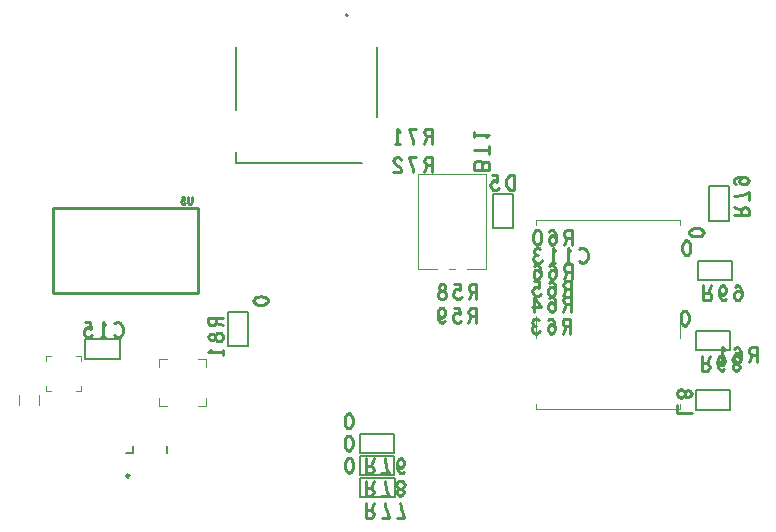
<source format=gbo>
G04 ================== begin FILE IDENTIFICATION RECORD ==================*
G04 Layout Name:  M:/TDP4/Data Logger Full/allegro/datalogger.brd*
G04 Film Name:    datalogger.GBO*
G04 File Format:  Gerber RS274X*
G04 File Origin:  Cadence Allegro 17.2-S055*
G04 Origin Date:  Mon Mar 22 02:40:33 2021*
G04 *
G04 Layer:  USER PART NUMBER/SILKSCREEN_BOTTOM*
G04 Layer:  TOLERANCE/SILKSCREEN_BOTTOM*
G04 Layer:  REF DES/SILKSCREEN_BOTTOM*
G04 Layer:  PACKAGE GEOMETRY/SILKSCREEN_BOTTOM*
G04 Layer:  DEVICE TYPE/SILKSCREEN_BOTTOM*
G04 Layer:  COMPONENT VALUE/SILKSCREEN_BOTTOM*
G04 Layer:  BOARD GEOMETRY/SILKSCREEN_BOTTOM*
G04 *
G04 Offset:    (0.00 0.00)*
G04 Mirror:    No*
G04 Mode:      Positive*
G04 Rotation:  0*
G04 FullContactRelief:  No*
G04 UndefLineWidth:     10.00*
G04 ================== end FILE IDENTIFICATION RECORD ====================*
%FSLAX25Y25*MOIN*%
%IR0*IPPOS*OFA0.00000B0.00000*MIA0B0*SFA1.00000B1.00000*%
%ADD10C,.005*%
%ADD11C,.01*%
%ADD12C,.006*%
%ADD13C,.00472*%
%ADD14C,.00591*%
%ADD15C,.00984*%
%ADD16C,.00787*%
G75*
%LPD*%
G75*
G54D10*
G01X-54025Y18439D02*
Y14798D01*
X-12096D01*
G01X-54025Y32416D02*
Y53282D01*
G01X-6978Y29857D02*
Y53282D01*
G54D11*
G01X-94693Y-38817D02*
X-94313Y-38567D01*
X-93870Y-38400D01*
X-93363D01*
X-92793Y-38650D01*
X-92350Y-39067D01*
X-92033Y-39567D01*
X-91780Y-40400D01*
X-91717Y-41150D01*
X-91843Y-41900D01*
X-92033Y-42400D01*
X-92413Y-42900D01*
X-92857Y-43233D01*
X-93300Y-43400D01*
X-93743D01*
X-94187Y-43233D01*
X-94567Y-42983D01*
X-94883Y-42650D01*
G01X-98400Y-43400D02*
Y-38400D01*
X-97640Y-39400D01*
G01Y-43400D02*
X-99160D01*
G01X-102107Y-42650D02*
X-102487Y-43067D01*
X-102930Y-43317D01*
X-103500Y-43400D01*
X-104070Y-43233D01*
X-104513Y-42900D01*
X-104830Y-42317D01*
X-104893Y-41650D01*
X-104767Y-40983D01*
X-104450Y-40567D01*
X-104007Y-40233D01*
X-103563Y-40150D01*
X-103120Y-40233D01*
X-102550Y-40567D01*
X-102740Y-38400D01*
X-104450D01*
G01X-115200Y-28800D02*
Y-400D01*
X-66900D01*
Y-28800D01*
X-115200D01*
G01X-58400Y-36933D02*
X-63400D01*
Y-38517D01*
X-63150Y-39023D01*
X-62817Y-39340D01*
X-62150Y-39467D01*
X-61483Y-39340D01*
X-61067Y-38960D01*
X-60817Y-38517D01*
Y-36933D01*
G01Y-38517D02*
X-58400Y-39467D01*
G01Y-43300D02*
X-58483Y-43743D01*
X-58733Y-44250D01*
X-59150Y-44567D01*
X-59733Y-44693D01*
X-60317Y-44567D01*
X-60817Y-44187D01*
X-61067Y-43617D01*
Y-42983D01*
X-61233Y-42603D01*
X-61650Y-42287D01*
X-62233Y-42160D01*
X-62817Y-42350D01*
X-63233Y-42793D01*
X-63400Y-43300D01*
X-63233Y-43807D01*
X-62817Y-44250D01*
X-62233Y-44440D01*
X-61650Y-44313D01*
X-61233Y-43997D01*
X-61067Y-43617D01*
Y-42983D01*
X-60817Y-42413D01*
X-60317Y-42033D01*
X-59733Y-41907D01*
X-59150Y-42033D01*
X-58733Y-42350D01*
X-58483Y-42857D01*
X-58400Y-43300D01*
G01Y-48400D02*
X-63400D01*
X-62400Y-47640D01*
G01X-58400D02*
Y-49160D01*
G01X-68913Y3500D02*
Y1708D01*
X-69020Y1333D01*
X-69233Y1083D01*
X-69500Y1000D01*
X-69767Y1083D01*
X-69980Y1333D01*
X-70087Y1708D01*
Y3500D01*
G01X-71113Y1375D02*
X-71273Y1167D01*
X-71460Y1042D01*
X-71700Y1000D01*
X-71940Y1083D01*
X-72127Y1250D01*
X-72260Y1542D01*
X-72287Y1875D01*
X-72233Y2208D01*
X-72100Y2417D01*
X-71913Y2583D01*
X-71727Y2625D01*
X-71540Y2583D01*
X-71300Y2417D01*
X-71380Y3500D01*
X-72100D01*
G01X-48400Y-31200D02*
X-48233Y-30693D01*
X-47817Y-30313D01*
X-47317Y-30060D01*
X-46650Y-29870D01*
X-45900Y-29807D01*
X-45150Y-29870D01*
X-44483Y-30060D01*
X-43983Y-30313D01*
X-43567Y-30693D01*
X-43400Y-31200D01*
X-43567Y-31707D01*
X-43983Y-32087D01*
X-44483Y-32340D01*
X-45150Y-32530D01*
X-45900Y-32593D01*
X-46650Y-32530D01*
X-47317Y-32340D01*
X-47817Y-32087D01*
X-48233Y-31707D01*
X-48400Y-31200D01*
G01X-10767Y-91200D02*
Y-96200D01*
X-9183D01*
X-8677Y-95950D01*
X-8360Y-95617D01*
X-8233Y-94950D01*
X-8360Y-94283D01*
X-8740Y-93867D01*
X-9183Y-93617D01*
X-10767D01*
G01X-9183D02*
X-8233Y-91200D01*
G01X-4527D02*
X-4400Y-92283D01*
X-4210Y-93200D01*
X-3957Y-94033D01*
X-3640Y-94950D01*
X-3133Y-96200D01*
X-5667D01*
G01X700Y-91200D02*
X1143Y-91283D01*
X1650Y-91533D01*
X1967Y-91950D01*
X2093Y-92533D01*
X1967Y-93117D01*
X1587Y-93617D01*
X1017Y-93867D01*
X383D01*
X3Y-94033D01*
X-313Y-94450D01*
X-440Y-95033D01*
X-250Y-95617D01*
X193Y-96033D01*
X700Y-96200D01*
X1207Y-96033D01*
X1650Y-95617D01*
X1840Y-95033D01*
X1713Y-94450D01*
X1397Y-94033D01*
X1017Y-93867D01*
X383D01*
X-187Y-93617D01*
X-567Y-93117D01*
X-693Y-92533D01*
X-567Y-91950D01*
X-250Y-91533D01*
X257Y-91283D01*
X700Y-91200D01*
G01X-10667Y-98600D02*
Y-103600D01*
X-9083D01*
X-8577Y-103350D01*
X-8260Y-103017D01*
X-8133Y-102350D01*
X-8260Y-101683D01*
X-8640Y-101267D01*
X-9083Y-101017D01*
X-10667D01*
G01X-9083D02*
X-8133Y-98600D01*
G01X-4427D02*
X-4300Y-99683D01*
X-4110Y-100600D01*
X-3857Y-101433D01*
X-3540Y-102350D01*
X-3033Y-103600D01*
X-5567D01*
G01X673Y-98600D02*
X800Y-99683D01*
X990Y-100600D01*
X1243Y-101433D01*
X1560Y-102350D01*
X2067Y-103600D01*
X-467D01*
G01X-16500Y-81200D02*
X-17007Y-81033D01*
X-17387Y-80617D01*
X-17640Y-80117D01*
X-17830Y-79450D01*
X-17893Y-78700D01*
X-17830Y-77950D01*
X-17640Y-77283D01*
X-17387Y-76783D01*
X-17007Y-76367D01*
X-16500Y-76200D01*
X-15993Y-76367D01*
X-15613Y-76783D01*
X-15360Y-77283D01*
X-15170Y-77950D01*
X-15107Y-78700D01*
X-15170Y-79450D01*
X-15360Y-80117D01*
X-15613Y-80617D01*
X-15993Y-81033D01*
X-16500Y-81200D01*
G01X-16400Y-88600D02*
X-16907Y-88433D01*
X-17287Y-88017D01*
X-17540Y-87517D01*
X-17730Y-86850D01*
X-17793Y-86100D01*
X-17730Y-85350D01*
X-17540Y-84683D01*
X-17287Y-84183D01*
X-16907Y-83767D01*
X-16400Y-83600D01*
X-15893Y-83767D01*
X-15513Y-84183D01*
X-15260Y-84683D01*
X-15070Y-85350D01*
X-15007Y-86100D01*
X-15070Y-86850D01*
X-15260Y-87517D01*
X-15513Y-88017D01*
X-15893Y-88433D01*
X-16400Y-88600D01*
G01X-10767Y-83800D02*
Y-88800D01*
X-9183D01*
X-8677Y-88550D01*
X-8360Y-88217D01*
X-8233Y-87550D01*
X-8360Y-86883D01*
X-8740Y-86467D01*
X-9183Y-86217D01*
X-10767D01*
G01X-9183D02*
X-8233Y-83800D01*
G01X-4527D02*
X-4400Y-84883D01*
X-4210Y-85800D01*
X-3957Y-86633D01*
X-3640Y-87550D01*
X-3133Y-88800D01*
X-5667D01*
G01X-503Y-85883D02*
X-60Y-86467D01*
X320Y-86800D01*
X827Y-86967D01*
X1270Y-86800D01*
X1587Y-86467D01*
X1840Y-85967D01*
X1903Y-85383D01*
X1840Y-84883D01*
X1587Y-84383D01*
X1207Y-83967D01*
X763Y-83800D01*
X257Y-83967D01*
X-187Y-84467D01*
X-440Y-85217D01*
X-503Y-86050D01*
X-377Y-87133D01*
X-187Y-87717D01*
X130Y-88300D01*
X573Y-88717D01*
X1017Y-88800D01*
X1460Y-88633D01*
X1777Y-88217D01*
G01X-16500Y-73800D02*
X-17007Y-73633D01*
X-17387Y-73217D01*
X-17640Y-72717D01*
X-17830Y-72050D01*
X-17893Y-71300D01*
X-17830Y-70550D01*
X-17640Y-69883D01*
X-17387Y-69383D01*
X-17007Y-68967D01*
X-16500Y-68800D01*
X-15993Y-68967D01*
X-15613Y-69383D01*
X-15360Y-69883D01*
X-15170Y-70550D01*
X-15107Y-71300D01*
X-15170Y-72050D01*
X-15360Y-72717D01*
X-15613Y-73217D01*
X-15993Y-73633D01*
X-16500Y-73800D01*
G01X25867Y-38600D02*
Y-33600D01*
X24283D01*
X23777Y-33850D01*
X23460Y-34183D01*
X23333Y-34850D01*
X23460Y-35517D01*
X23840Y-35933D01*
X24283Y-36183D01*
X25867D01*
G01X24283D02*
X23333Y-38600D01*
G01X20893Y-37850D02*
X20513Y-38267D01*
X20070Y-38517D01*
X19500Y-38600D01*
X18930Y-38433D01*
X18487Y-38100D01*
X18170Y-37517D01*
X18107Y-36850D01*
X18233Y-36183D01*
X18550Y-35767D01*
X18993Y-35433D01*
X19437Y-35350D01*
X19880Y-35433D01*
X20450Y-35767D01*
X20260Y-33600D01*
X18550D01*
G01X15477Y-38017D02*
X15033Y-38433D01*
X14527Y-38600D01*
X14020Y-38433D01*
X13577Y-37933D01*
X13260Y-37183D01*
X13133Y-36433D01*
Y-35517D01*
X13260Y-34767D01*
X13577Y-34100D01*
X13957Y-33767D01*
X14400Y-33600D01*
X14907Y-33767D01*
X15287Y-34100D01*
X15540Y-34600D01*
X15667Y-35267D01*
X15540Y-35850D01*
X15223Y-36433D01*
X14843Y-36767D01*
X14400Y-36850D01*
X13893Y-36683D01*
X13513Y-36267D01*
X13133Y-35517D01*
G01X26067Y-30600D02*
Y-25600D01*
X24483D01*
X23977Y-25850D01*
X23660Y-26183D01*
X23533Y-26850D01*
X23660Y-27517D01*
X24040Y-27933D01*
X24483Y-28183D01*
X26067D01*
G01X24483D02*
X23533Y-30600D01*
G01X21093Y-29850D02*
X20713Y-30267D01*
X20270Y-30517D01*
X19700Y-30600D01*
X19130Y-30433D01*
X18687Y-30100D01*
X18370Y-29517D01*
X18307Y-28850D01*
X18433Y-28183D01*
X18750Y-27767D01*
X19193Y-27433D01*
X19637Y-27350D01*
X20080Y-27433D01*
X20650Y-27767D01*
X20460Y-25600D01*
X18750D01*
G01X14600Y-30600D02*
X14157Y-30517D01*
X13650Y-30267D01*
X13333Y-29850D01*
X13207Y-29267D01*
X13333Y-28683D01*
X13713Y-28183D01*
X14283Y-27933D01*
X14917D01*
X15297Y-27767D01*
X15613Y-27350D01*
X15740Y-26767D01*
X15550Y-26183D01*
X15107Y-25767D01*
X14600Y-25600D01*
X14093Y-25767D01*
X13650Y-26183D01*
X13460Y-26767D01*
X13587Y-27350D01*
X13903Y-27767D01*
X14283Y-27933D01*
X14917D01*
X15487Y-28183D01*
X15867Y-28683D01*
X15993Y-29267D01*
X15867Y-29850D01*
X15550Y-30267D01*
X15043Y-30517D01*
X14600Y-30600D01*
G01X11167Y21100D02*
Y26100D01*
X9583D01*
X9077Y25850D01*
X8760Y25517D01*
X8633Y24850D01*
X8760Y24183D01*
X9140Y23767D01*
X9583Y23517D01*
X11167D01*
G01X9583D02*
X8633Y21100D01*
G01X4927D02*
X4800Y22183D01*
X4610Y23100D01*
X4357Y23933D01*
X4040Y24850D01*
X3533Y26100D01*
X6067D01*
G01X-300Y21100D02*
Y26100D01*
X460Y25100D01*
G01Y21100D02*
X-1060D01*
G01X11167Y11600D02*
Y16600D01*
X9583D01*
X9077Y16350D01*
X8760Y16017D01*
X8633Y15350D01*
X8760Y14683D01*
X9140Y14267D01*
X9583Y14017D01*
X11167D01*
G01X9583D02*
X8633Y11600D01*
G01X4927D02*
X4800Y12683D01*
X4610Y13600D01*
X4357Y14433D01*
X4040Y15350D01*
X3533Y16600D01*
X6067D01*
G01X903Y15767D02*
X523Y16267D01*
X80Y16517D01*
X-427Y16600D01*
X-1060Y16433D01*
X-1503Y16017D01*
X-1630Y15517D01*
X-1567Y15017D01*
X-1313Y14600D01*
X-47Y13767D01*
X523Y13183D01*
X903Y12350D01*
X1030Y11600D01*
X-1630D01*
G01X38593Y5600D02*
Y10600D01*
X37327D01*
X36820Y10350D01*
X36440Y10017D01*
X36123Y9517D01*
X35870Y8933D01*
X35807Y8100D01*
X35870Y7267D01*
X36123Y6683D01*
X36440Y6183D01*
X36820Y5850D01*
X37327Y5600D01*
X38593D01*
G01X33493Y6350D02*
X33113Y5933D01*
X32670Y5683D01*
X32100Y5600D01*
X31530Y5767D01*
X31087Y6100D01*
X30770Y6683D01*
X30707Y7350D01*
X30833Y8017D01*
X31150Y8433D01*
X31593Y8767D01*
X32037Y8850D01*
X32480Y8767D01*
X33050Y8433D01*
X32860Y10600D01*
X31150D01*
G01X28067Y14455D02*
X28317Y14708D01*
X28733Y14898D01*
X29317Y15025D01*
X29817Y14898D01*
X30150Y14645D01*
X30400Y14201D01*
Y12491D01*
X25400D01*
Y14581D01*
X25733Y15025D01*
X26233Y15278D01*
X26817Y15405D01*
X27400Y15278D01*
X27900Y14898D01*
X28067Y14455D01*
Y12491D01*
G01X30400Y19048D02*
X25400D01*
G01X30400Y17591D02*
Y20505D01*
G01X25400Y24148D02*
X30400D01*
X29400Y23388D01*
G01X25400D02*
Y24908D01*
G01X57567Y-34900D02*
Y-29900D01*
X55983D01*
X55477Y-30150D01*
X55160Y-30483D01*
X55033Y-31150D01*
X55160Y-31817D01*
X55540Y-32233D01*
X55983Y-32483D01*
X57567D01*
G01X55983D02*
X55033Y-34900D01*
G01X52403Y-32817D02*
X51960Y-32233D01*
X51580Y-31900D01*
X51073Y-31733D01*
X50630Y-31900D01*
X50313Y-32233D01*
X50060Y-32733D01*
X49997Y-33317D01*
X50060Y-33817D01*
X50313Y-34317D01*
X50693Y-34733D01*
X51137Y-34900D01*
X51643Y-34733D01*
X52087Y-34233D01*
X52340Y-33483D01*
X52403Y-32650D01*
X52277Y-31567D01*
X52087Y-30983D01*
X51770Y-30400D01*
X51327Y-29983D01*
X50883Y-29900D01*
X50440Y-30067D01*
X50123Y-30483D01*
G01X45340Y-34900D02*
Y-29900D01*
X47683Y-33483D01*
X44517D01*
G01X57367Y-42200D02*
Y-37200D01*
X55783D01*
X55277Y-37450D01*
X54960Y-37783D01*
X54833Y-38450D01*
X54960Y-39117D01*
X55340Y-39533D01*
X55783Y-39783D01*
X57367D01*
G01X55783D02*
X54833Y-42200D01*
G01X52203Y-40117D02*
X51760Y-39533D01*
X51380Y-39200D01*
X50873Y-39033D01*
X50430Y-39200D01*
X50113Y-39533D01*
X49860Y-40033D01*
X49797Y-40617D01*
X49860Y-41117D01*
X50113Y-41617D01*
X50493Y-42033D01*
X50937Y-42200D01*
X51443Y-42033D01*
X51887Y-41533D01*
X52140Y-40783D01*
X52203Y-39950D01*
X52077Y-38867D01*
X51887Y-38283D01*
X51570Y-37700D01*
X51127Y-37283D01*
X50683Y-37200D01*
X50240Y-37367D01*
X49923Y-37783D01*
G01X47293Y-41200D02*
X46913Y-41783D01*
X46407Y-42117D01*
X45837Y-42200D01*
X45330Y-42117D01*
X44823Y-41700D01*
X44507Y-41200D01*
X44443Y-40700D01*
X44570Y-40117D01*
X45013Y-39700D01*
X45457Y-39533D01*
X46027D01*
G01X45457D02*
X45077Y-39283D01*
X44760Y-38867D01*
X44633Y-38367D01*
X44760Y-37867D01*
X45077Y-37450D01*
X45647Y-37200D01*
X46217Y-37283D01*
X46787Y-37617D01*
G01X60357Y-14017D02*
X60737Y-13767D01*
X61180Y-13600D01*
X61687D01*
X62257Y-13850D01*
X62700Y-14267D01*
X63017Y-14767D01*
X63270Y-15600D01*
X63333Y-16350D01*
X63207Y-17100D01*
X63017Y-17600D01*
X62637Y-18100D01*
X62193Y-18433D01*
X61750Y-18600D01*
X61307D01*
X60863Y-18433D01*
X60483Y-18183D01*
X60167Y-17850D01*
G01X56650Y-18600D02*
Y-13600D01*
X57410Y-14600D01*
G01Y-18600D02*
X55890D01*
G01X51550D02*
Y-13600D01*
X52310Y-14600D01*
G01Y-18600D02*
X50790D01*
G01X47843Y-17600D02*
X47463Y-18183D01*
X46957Y-18517D01*
X46387Y-18600D01*
X45880Y-18517D01*
X45373Y-18100D01*
X45057Y-17600D01*
X44993Y-17100D01*
X45120Y-16517D01*
X45563Y-16100D01*
X46007Y-15933D01*
X46577D01*
G01X46007D02*
X45627Y-15683D01*
X45310Y-15267D01*
X45183Y-14767D01*
X45310Y-14267D01*
X45627Y-13850D01*
X46197Y-13600D01*
X46767Y-13683D01*
X47337Y-14017D01*
G01X57567Y-29800D02*
Y-24800D01*
X55983D01*
X55477Y-25050D01*
X55160Y-25383D01*
X55033Y-26050D01*
X55160Y-26717D01*
X55540Y-27133D01*
X55983Y-27383D01*
X57567D01*
G01X55983D02*
X55033Y-29800D01*
G01X52403Y-27717D02*
X51960Y-27133D01*
X51580Y-26800D01*
X51073Y-26633D01*
X50630Y-26800D01*
X50313Y-27133D01*
X50060Y-27633D01*
X49997Y-28217D01*
X50060Y-28717D01*
X50313Y-29217D01*
X50693Y-29633D01*
X51137Y-29800D01*
X51643Y-29633D01*
X52087Y-29133D01*
X52340Y-28383D01*
X52403Y-27550D01*
X52277Y-26467D01*
X52087Y-25883D01*
X51770Y-25300D01*
X51327Y-24883D01*
X50883Y-24800D01*
X50440Y-24967D01*
X50123Y-25383D01*
G01X47493Y-29050D02*
X47113Y-29467D01*
X46670Y-29717D01*
X46100Y-29800D01*
X45530Y-29633D01*
X45087Y-29300D01*
X44770Y-28717D01*
X44707Y-28050D01*
X44833Y-27383D01*
X45150Y-26967D01*
X45593Y-26633D01*
X46037Y-26550D01*
X46480Y-26633D01*
X47050Y-26967D01*
X46860Y-24800D01*
X45150D01*
G01X57767Y-24100D02*
Y-19100D01*
X56183D01*
X55677Y-19350D01*
X55360Y-19683D01*
X55233Y-20350D01*
X55360Y-21017D01*
X55740Y-21433D01*
X56183Y-21683D01*
X57767D01*
G01X56183D02*
X55233Y-24100D01*
G01X52603Y-22017D02*
X52160Y-21433D01*
X51780Y-21100D01*
X51273Y-20933D01*
X50830Y-21100D01*
X50513Y-21433D01*
X50260Y-21933D01*
X50197Y-22517D01*
X50260Y-23017D01*
X50513Y-23517D01*
X50893Y-23933D01*
X51337Y-24100D01*
X51843Y-23933D01*
X52287Y-23433D01*
X52540Y-22683D01*
X52603Y-21850D01*
X52477Y-20767D01*
X52287Y-20183D01*
X51970Y-19600D01*
X51527Y-19183D01*
X51083Y-19100D01*
X50640Y-19267D01*
X50323Y-19683D01*
G01X47503Y-22017D02*
X47060Y-21433D01*
X46680Y-21100D01*
X46173Y-20933D01*
X45730Y-21100D01*
X45413Y-21433D01*
X45160Y-21933D01*
X45097Y-22517D01*
X45160Y-23017D01*
X45413Y-23517D01*
X45793Y-23933D01*
X46237Y-24100D01*
X46743Y-23933D01*
X47187Y-23433D01*
X47440Y-22683D01*
X47503Y-21850D01*
X47377Y-20767D01*
X47187Y-20183D01*
X46870Y-19600D01*
X46427Y-19183D01*
X45983Y-19100D01*
X45540Y-19267D01*
X45223Y-19683D01*
G01X57767Y-12600D02*
Y-7600D01*
X56183D01*
X55677Y-7850D01*
X55360Y-8183D01*
X55233Y-8850D01*
X55360Y-9517D01*
X55740Y-9933D01*
X56183Y-10183D01*
X57767D01*
G01X56183D02*
X55233Y-12600D01*
G01X52603Y-10517D02*
X52160Y-9933D01*
X51780Y-9600D01*
X51273Y-9433D01*
X50830Y-9600D01*
X50513Y-9933D01*
X50260Y-10433D01*
X50197Y-11017D01*
X50260Y-11517D01*
X50513Y-12017D01*
X50893Y-12433D01*
X51337Y-12600D01*
X51843Y-12433D01*
X52287Y-11933D01*
X52540Y-11183D01*
X52603Y-10350D01*
X52477Y-9267D01*
X52287Y-8683D01*
X51970Y-8100D01*
X51527Y-7683D01*
X51083Y-7600D01*
X50640Y-7767D01*
X50323Y-8183D01*
G01X46300Y-7600D02*
X46807Y-7767D01*
X47187Y-8183D01*
X47440Y-8683D01*
X47630Y-9350D01*
X47693Y-10100D01*
X47630Y-10850D01*
X47440Y-11517D01*
X47187Y-12017D01*
X46807Y-12433D01*
X46300Y-12600D01*
X45793Y-12433D01*
X45413Y-12017D01*
X45160Y-11517D01*
X44970Y-10850D01*
X44907Y-10100D01*
X44970Y-9350D01*
X45160Y-8683D01*
X45413Y-8183D01*
X45793Y-7767D01*
X46300Y-7600D01*
G01X97800Y-68567D02*
X92800D01*
Y-66033D01*
G01Y-62200D02*
X92883Y-61757D01*
X93133Y-61250D01*
X93550Y-60933D01*
X94133Y-60807D01*
X94717Y-60933D01*
X95217Y-61313D01*
X95467Y-61883D01*
Y-62517D01*
X95633Y-62897D01*
X96050Y-63213D01*
X96633Y-63340D01*
X97217Y-63150D01*
X97633Y-62707D01*
X97800Y-62200D01*
X97633Y-61693D01*
X97217Y-61250D01*
X96633Y-61060D01*
X96050Y-61187D01*
X95633Y-61503D01*
X95467Y-61883D01*
Y-62517D01*
X95217Y-63087D01*
X94717Y-63467D01*
X94133Y-63593D01*
X93550Y-63467D01*
X93133Y-63150D01*
X92883Y-62643D01*
X92800Y-62200D01*
G01X95500Y-39500D02*
X94993Y-39333D01*
X94613Y-38917D01*
X94360Y-38417D01*
X94170Y-37750D01*
X94107Y-37000D01*
X94170Y-36250D01*
X94360Y-35583D01*
X94613Y-35083D01*
X94993Y-34667D01*
X95500Y-34500D01*
X96007Y-34667D01*
X96387Y-35083D01*
X96640Y-35583D01*
X96830Y-36250D01*
X96893Y-37000D01*
X96830Y-37750D01*
X96640Y-38417D01*
X96387Y-38917D01*
X96007Y-39333D01*
X95500Y-39500D01*
G01X101233Y-49500D02*
Y-54500D01*
X102817D01*
X103323Y-54250D01*
X103640Y-53917D01*
X103767Y-53250D01*
X103640Y-52583D01*
X103260Y-52167D01*
X102817Y-51917D01*
X101233D01*
G01X102817D02*
X103767Y-49500D01*
G01X106397Y-51583D02*
X106840Y-52167D01*
X107220Y-52500D01*
X107727Y-52667D01*
X108170Y-52500D01*
X108487Y-52167D01*
X108740Y-51667D01*
X108803Y-51083D01*
X108740Y-50583D01*
X108487Y-50083D01*
X108107Y-49667D01*
X107663Y-49500D01*
X107157Y-49667D01*
X106713Y-50167D01*
X106460Y-50917D01*
X106397Y-51750D01*
X106523Y-52833D01*
X106713Y-53417D01*
X107030Y-54000D01*
X107473Y-54417D01*
X107917Y-54500D01*
X108360Y-54333D01*
X108677Y-53917D01*
G01X112700Y-49500D02*
X113143Y-49583D01*
X113650Y-49833D01*
X113967Y-50250D01*
X114093Y-50833D01*
X113967Y-51417D01*
X113587Y-51917D01*
X113017Y-52167D01*
X112383D01*
X112003Y-52333D01*
X111687Y-52750D01*
X111560Y-53333D01*
X111750Y-53917D01*
X112193Y-54333D01*
X112700Y-54500D01*
X113207Y-54333D01*
X113650Y-53917D01*
X113840Y-53333D01*
X113713Y-52750D01*
X113397Y-52333D01*
X113017Y-52167D01*
X112383D01*
X111813Y-51917D01*
X111433Y-51417D01*
X111307Y-50833D01*
X111433Y-50250D01*
X111750Y-49833D01*
X112257Y-49583D01*
X112700Y-49500D01*
G01X119467Y-51700D02*
Y-46700D01*
X117883D01*
X117377Y-46950D01*
X117060Y-47283D01*
X116933Y-47950D01*
X117060Y-48617D01*
X117440Y-49033D01*
X117883Y-49283D01*
X119467D01*
G01X117883D02*
X116933Y-51700D01*
G01X114303Y-49617D02*
X113860Y-49033D01*
X113480Y-48700D01*
X112973Y-48533D01*
X112530Y-48700D01*
X112213Y-49033D01*
X111960Y-49533D01*
X111897Y-50117D01*
X111960Y-50617D01*
X112213Y-51117D01*
X112593Y-51533D01*
X113037Y-51700D01*
X113543Y-51533D01*
X113987Y-51033D01*
X114240Y-50283D01*
X114303Y-49450D01*
X114177Y-48367D01*
X113987Y-47783D01*
X113670Y-47200D01*
X113227Y-46783D01*
X112783Y-46700D01*
X112340Y-46867D01*
X112023Y-47283D01*
G01X108000Y-51700D02*
Y-46700D01*
X108760Y-47700D01*
G01Y-51700D02*
X107240D01*
G01X96009Y-16105D02*
X95502Y-15938D01*
X95122Y-15522D01*
X94869Y-15022D01*
X94679Y-14355D01*
X94616Y-13605D01*
X94679Y-12855D01*
X94869Y-12188D01*
X95122Y-11688D01*
X95502Y-11272D01*
X96009Y-11105D01*
X96516Y-11272D01*
X96896Y-11688D01*
X97149Y-12188D01*
X97339Y-12855D01*
X97402Y-13605D01*
X97339Y-14355D01*
X97149Y-15022D01*
X96896Y-15522D01*
X96516Y-15938D01*
X96009Y-16105D01*
G01X101742Y-26105D02*
Y-31105D01*
X103326D01*
X103832Y-30855D01*
X104149Y-30522D01*
X104276Y-29855D01*
X104149Y-29188D01*
X103769Y-28772D01*
X103326Y-28522D01*
X101742D01*
G01X103326D02*
X104276Y-26105D01*
G01X106906Y-28188D02*
X107349Y-28772D01*
X107729Y-29105D01*
X108236Y-29272D01*
X108679Y-29105D01*
X108996Y-28772D01*
X109249Y-28272D01*
X109312Y-27688D01*
X109249Y-27188D01*
X108996Y-26688D01*
X108616Y-26272D01*
X108172Y-26105D01*
X107666Y-26272D01*
X107222Y-26772D01*
X106969Y-27522D01*
X106906Y-28355D01*
X107032Y-29438D01*
X107222Y-30022D01*
X107539Y-30605D01*
X107982Y-31022D01*
X108426Y-31105D01*
X108869Y-30938D01*
X109186Y-30522D01*
G01X112132Y-26688D02*
X112576Y-26272D01*
X113082Y-26105D01*
X113589Y-26272D01*
X114032Y-26772D01*
X114349Y-27522D01*
X114476Y-28272D01*
Y-29188D01*
X114349Y-29938D01*
X114032Y-30605D01*
X113652Y-30938D01*
X113209Y-31105D01*
X112702Y-30938D01*
X112322Y-30605D01*
X112069Y-30105D01*
X111942Y-29438D01*
X112069Y-28855D01*
X112386Y-28272D01*
X112766Y-27938D01*
X113209Y-27855D01*
X113716Y-28022D01*
X114096Y-28438D01*
X114476Y-29188D01*
G01X101900Y-8400D02*
X101733Y-8907D01*
X101317Y-9287D01*
X100817Y-9540D01*
X100150Y-9730D01*
X99400Y-9793D01*
X98650Y-9730D01*
X97983Y-9540D01*
X97483Y-9287D01*
X97067Y-8907D01*
X96900Y-8400D01*
X97067Y-7893D01*
X97483Y-7513D01*
X97983Y-7260D01*
X98650Y-7070D01*
X99400Y-7007D01*
X100150Y-7070D01*
X100817Y-7260D01*
X101317Y-7513D01*
X101733Y-7893D01*
X101900Y-8400D01*
G01X111900Y-2667D02*
X116900D01*
Y-1083D01*
X116650Y-577D01*
X116317Y-260D01*
X115650Y-133D01*
X114983Y-260D01*
X114567Y-640D01*
X114317Y-1083D01*
Y-2667D01*
G01Y-1083D02*
X111900Y-133D01*
G01Y3573D02*
X112983Y3700D01*
X113900Y3890D01*
X114733Y4143D01*
X115650Y4460D01*
X116900Y4967D01*
Y2433D01*
G01X112483Y7723D02*
X112067Y8167D01*
X111900Y8673D01*
X112067Y9180D01*
X112567Y9623D01*
X113317Y9940D01*
X114067Y10067D01*
X114983D01*
X115733Y9940D01*
X116400Y9623D01*
X116733Y9243D01*
X116900Y8800D01*
X116733Y8293D01*
X116400Y7913D01*
X115900Y7660D01*
X115233Y7533D01*
X114650Y7660D01*
X114067Y7977D01*
X113733Y8357D01*
X113650Y8800D01*
X113817Y9307D01*
X114233Y9687D01*
X114983Y10067D01*
G54D12*
G01X-104250Y-44150D02*
Y-50600D01*
G01D02*
X-92750D01*
G01Y-44150D02*
X-104250D01*
G01X-92750Y-50600D02*
Y-44150D01*
G01X-50150Y-34950D02*
X-56600D01*
G01D02*
Y-46450D01*
G01D02*
X-50150D01*
G01D02*
Y-34950D01*
G01X-12650Y-90350D02*
Y-96800D01*
G01D02*
X-1150D01*
G01X-12750Y-82950D02*
Y-89400D01*
G01D02*
X-1250D01*
G01Y-82950D02*
X-12750D01*
G01X-1150Y-90350D02*
X-12650D01*
G01X-12750Y-75550D02*
Y-82000D01*
G01D02*
X-1250D01*
G01Y-75550D02*
X-12750D01*
G01X-1150Y-96800D02*
Y-90350D01*
G01X-1250Y-89400D02*
Y-82950D01*
G01Y-82000D02*
Y-75550D01*
G01X38150Y4350D02*
X31700D01*
G01D02*
Y-7150D01*
G01D02*
X38150D01*
G01D02*
Y4350D01*
G01X99250Y-61150D02*
Y-67600D01*
G01D02*
X110750D01*
G01D02*
Y-61150D01*
G01D02*
X99250D01*
G01Y-41250D02*
Y-47700D01*
G01D02*
X110750D01*
G01D02*
Y-41250D01*
G01D02*
X99250D01*
G01X99759Y-17855D02*
Y-24305D01*
G01D02*
X111259D01*
G01D02*
Y-17855D01*
G01D02*
X99759D01*
G01X103650Y-4650D02*
X110100D01*
G01D02*
Y6850D01*
G01X103650D02*
Y-4650D01*
G01X110100Y6850D02*
X103650D01*
G54D13*
G01X-126346Y-62553D02*
Y-66097D01*
G01X-105594Y-59673D02*
Y-61406D01*
X-107327D01*
G01X-117406Y-59673D02*
Y-61406D01*
X-115673D01*
G01X-119654Y-62553D02*
Y-66097D01*
G01X-105594Y-51327D02*
Y-49594D01*
X-107327D01*
G01X-117406Y-51327D02*
Y-49594D01*
X-115673D01*
G01X-63926Y-63557D02*
Y-66274D01*
X-66643D01*
G01X-79674Y-63557D02*
Y-66274D01*
X-76957D01*
G01X-63926Y-53243D02*
Y-50526D01*
X-66643D01*
G01X-79674Y-53243D02*
Y-50526D01*
X-76957D01*
G01X29317Y-20648D02*
Y10848D01*
X6483D01*
Y-20648D01*
X12861D01*
G01X22939D02*
X29317D01*
G01X18766D02*
X17034D01*
G01X45968Y-65515D02*
Y-67168D01*
X94000D01*
G01X45968Y-43625D02*
Y-36381D01*
G01Y-4176D02*
Y-5829D01*
G01X94000D02*
Y-4176D01*
X45968D01*
G01X94000Y-67168D02*
Y-65515D01*
G01Y-43625D02*
Y-36381D01*
G54D14*
G01X-90692Y-82080D02*
X-88330D01*
Y-79520D01*
G01X-77070D02*
Y-82080D01*
G54D15*
G01X-89621Y-89591D02*
G03I-492J0D01*
G54D16*
G01X-16820Y63912D02*
G03I-394J0D01*
M02*

</source>
